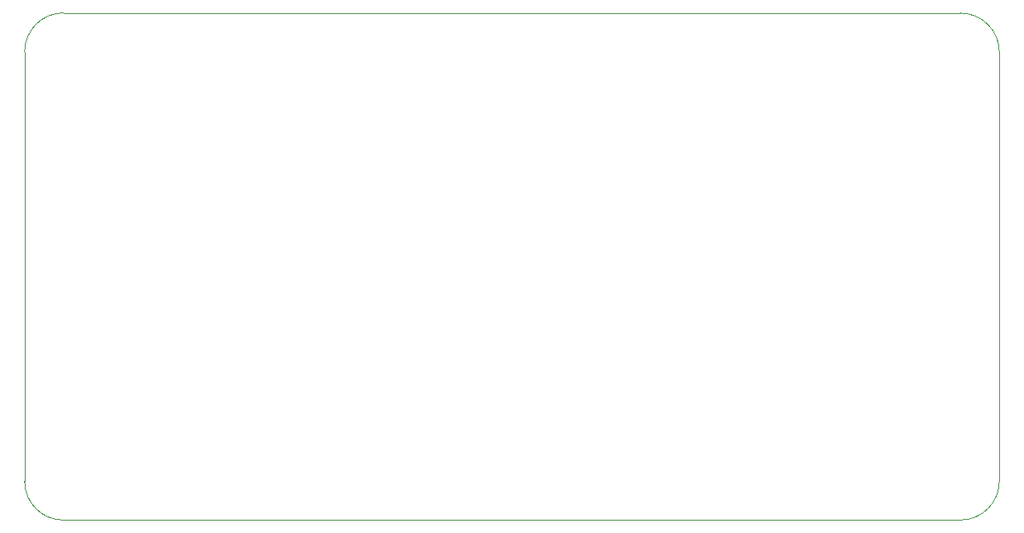
<source format=gbr>
%TF.GenerationSoftware,KiCad,Pcbnew,(5.1.7)-1*%
%TF.CreationDate,2021-09-05T16:50:27-04:00*%
%TF.ProjectId,future-controller,66757475-7265-42d6-936f-6e74726f6c6c,A*%
%TF.SameCoordinates,Original*%
%TF.FileFunction,Profile,NP*%
%FSLAX46Y46*%
G04 Gerber Fmt 4.6, Leading zero omitted, Abs format (unit mm)*
G04 Created by KiCad (PCBNEW (5.1.7)-1) date 2021-09-05 16:50:27*
%MOMM*%
%LPD*%
G01*
G04 APERTURE LIST*
%TA.AperFunction,Profile*%
%ADD10C,0.050000*%
%TD*%
G04 APERTURE END LIST*
D10*
X195910523Y-122529277D02*
X195910523Y-78562200D01*
X195910523Y-122529277D02*
G75*
G02*
X191922400Y-126517400I-3988123J0D01*
G01*
X100126800Y-74549000D02*
X191922400Y-74574400D01*
X96139000Y-122555000D02*
X96139000Y-78536800D01*
X191922400Y-126517480D02*
X100101400Y-126517400D01*
X100101400Y-126517400D02*
G75*
G02*
X96139000Y-122555000I0J3962400D01*
G01*
X191922077Y-74574077D02*
G75*
G02*
X195910200Y-78562200I0J-3988123D01*
G01*
X96139000Y-78536800D02*
G75*
G02*
X100126800Y-74549000I3987800J0D01*
G01*
M02*

</source>
